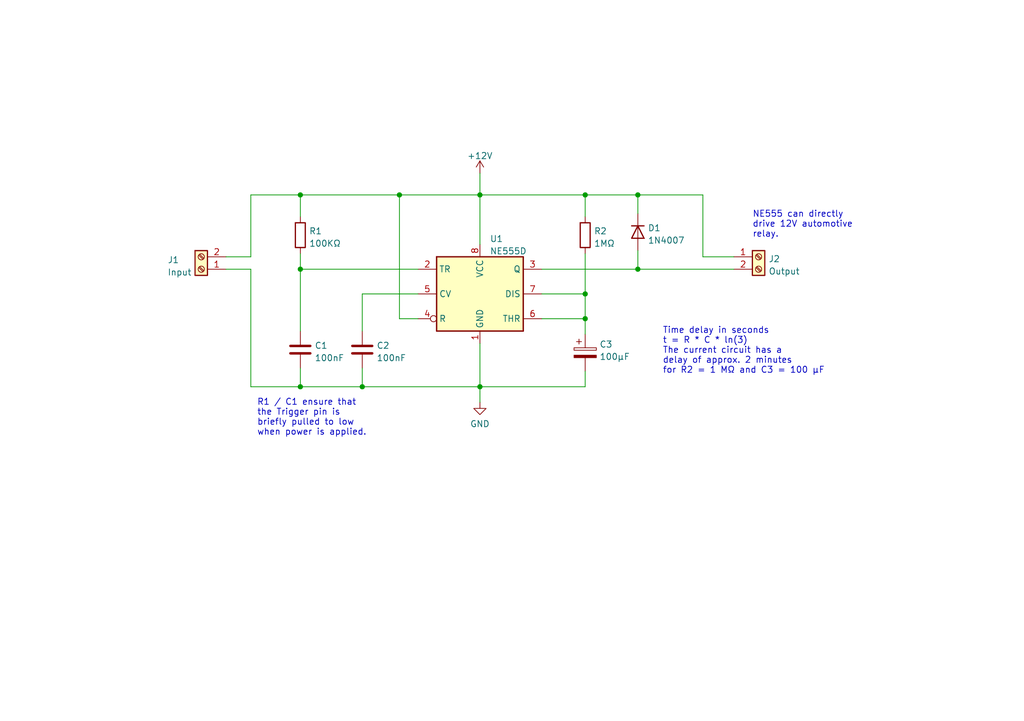
<source format=kicad_sch>
(kicad_sch (version 20211123) (generator eeschema)
  (paper "A5")
  (title_block (title "555 Delay Timer") (date "2024-10-12") (company "Copyright (C) 2024, Karim Hraibi") (comment 2 "by a time duration defined by the values of R2 and C3.") (comment 3 "This circuit delays the power on of an automotive relay"))
  (lib_symbols
    (symbol "Connector:Screw_Terminal_01x02" (pin_names (offset 1.016) hide)
      (property "Reference" "J" (at 0 2.54 0))
      (property "Value" "Screw_Terminal_01x02" (at 0 -5.08 0))
      (symbol "Screw_Terminal_01x02_1_1"
        (rectangle (start -1.27 1.27) (end 1.27 -3.81) (stroke (width 0.254)) (fill (type background)))
        (circle (center 0 -2.54) (radius 0.635) (stroke (width 0.1524)))
        (polyline (pts (xy -0.5334 -2.2098) (xy 0.3302 -3.048)) (stroke (width 0.1524)))
        (polyline (pts (xy -0.5334 0.3302) (xy 0.3302 -0.508)) (stroke (width 0.1524)))
        (polyline (pts (xy -0.3556 -2.032) (xy 0.508 -2.8702)) (stroke (width 0.1524)))
        (polyline (pts (xy -0.3556 0.508) (xy 0.508 -0.3302)) (stroke (width 0.1524)))
        (circle (center 0 0) (radius 0.635) (stroke (width 0.1524)))
        (pin passive line (at -5.08 0 0) (length 3.81) (name "Pin_1") (number "1"))
        (pin passive line (at -5.08 -2.54 0) (length 3.81) (name "Pin_2") (number "2"))
      )
    )
    (symbol "Device:C" (pin_numbers hide) (pin_names (offset 0.254))
      (property "Reference" "C" (at 0.635 2.54 0))
      (property "Value" "C" (at 0.635 -2.54 0))
      (symbol "C_0_1"
        (polyline (pts (xy -2.032 -0.762) (xy 2.032 -0.762)) (stroke (width 0.508)))
        (polyline (pts (xy -2.032 0.762) (xy 2.032 0.762)) (stroke (width 0.508)))
      )
      (symbol "C_1_1"
        (pin passive line (at 0 3.81 270) (length 2.794) (name "~") (number "1"))
        (pin passive line (at 0 -3.81 90) (length 2.794) (name "~") (number "2"))
      )
    )
    (symbol "Device:C_Polarized" (pin_numbers hide) (pin_names (offset 0.254))
      (property "Reference" "C" (at 0.635 2.54 0))
      (property "Value" "C_Polarized" (at 0.635 -2.54 0))
      (symbol "C_Polarized_0_1"
        (rectangle (start -2.286 0.508) (end 2.286 1.016))
        (polyline (pts (xy -1.778 2.286) (xy -0.762 2.286)))
        (polyline (pts (xy -1.27 2.794) (xy -1.27 1.778)))
        (rectangle (start 2.286 -0.508) (end -2.286 -1.016) (fill (type outline)))
      )
      (symbol "C_Polarized_1_1"
        (pin passive line (at 0 3.81 270) (length 2.794) (name "~") (number "1"))
        (pin passive line (at 0 -3.81 90) (length 2.794) (name "~") (number "2"))
      )
    )
    (symbol "Device:R" (pin_numbers hide) (pin_names (offset 0))
      (property "Reference" "R" (at 2.032 0 90))
      (property "Value" "R" (at 0 0 90))
      (symbol "R_0_1"
        (rectangle (start -1.016 -2.54) (end 1.016 2.54) (stroke (width 0.254)))
      )
      (symbol "R_1_1"
        (pin passive line (at 0 3.81 270) (length 1.27) (name "~") (number "1"))
        (pin passive line (at 0 -3.81 90) (length 1.27) (name "~") (number "2"))
      )
    )
    (symbol "Diode:1N4007" (pin_numbers hide) (pin_names (offset 1.016) hide)
      (property "Reference" "D" (at 0 2.54 0))
      (property "Value" "1N4007" (at 0 -2.54 0))
      (symbol "1N4007_0_1"
        (polyline (pts (xy -1.27 1.27) (xy -1.27 -1.27)) (stroke (width 0.254)))
        (polyline (pts (xy 1.27 0) (xy -1.27 0)))
        (polyline (pts (xy 1.27 1.27) (xy 1.27 -1.27) (xy -1.27 0) (xy 1.27 1.27)) (stroke (width 0.254)))
      )
      (symbol "1N4007_1_1"
        (pin passive line (at -3.81 0 0) (length 2.54) (name "K") (number "1"))
        (pin passive line (at 3.81 0 180) (length 2.54) (name "A") (number "2"))
      )
    )
    (symbol "Timer:NE555D"
      (property "Reference" "U" (at -10.16 8.89 0))
      (property "Value" "NE555D" (at 2.54 8.89 0))
      (symbol "NE555D_0_0"
        (pin power_in line (at 0 -10.16 90) (length 2.54) (name "GND") (number "1"))
        (pin power_in line (at 0 10.16 270) (length 2.54) (name "VCC") (number "8"))
      )
      (symbol "NE555D_0_1"
        (rectangle (start -8.89 -7.62) (end 8.89 7.62) (stroke (width 0.254)) (fill (type background)))
        (rectangle (start -8.89 -7.62) (end 8.89 7.62) (stroke (width 0.254)) (fill (type background)))
      )
      (symbol "NE555D_1_1"
        (pin input line (at -12.7 5.08 0) (length 3.81) (name "TR") (number "2"))
        (pin output line (at 12.7 5.08 180) (length 3.81) (name "Q") (number "3"))
        (pin input inverted (at -12.7 -5.08 0) (length 3.81) (name "R") (number "4"))
        (pin input line (at -12.7 0 0) (length 3.81) (name "CV") (number "5"))
        (pin input line (at 12.7 -5.08 180) (length 3.81) (name "THR") (number "6"))
        (pin input line (at 12.7 0 180) (length 3.81) (name "DIS") (number "7"))
      )
    )
    (symbol "power:+12V" (power) (pin_names (offset 0))
      (property "Value" "+12V" (at 0 3.556 0))
      (symbol "+12V_0_1"
        (polyline (pts (xy -0.762 1.27) (xy 0 2.54)))
        (polyline (pts (xy 0 0) (xy 0 2.54)))
        (polyline (pts (xy 0 2.54) (xy 0.762 1.27)))
      )
      (symbol "+12V_1_1"
        (pin power_in line (at 0 0 90) (length 0) hide (name "+12V") (number "1"))
      )
    )
    (symbol "power:GND" (power) (pin_names (offset 0))
      (property "Value" "GND" (at 0 -3.81 0))
      (symbol "GND_0_1"
        (polyline (pts (xy 0 0) (xy 0 -1.27) (xy 1.27 -1.27) (xy 0 -2.54) (xy -1.27 -1.27) (xy 0 -1.27)))
      )
      (symbol "GND_1_1"
        (pin power_in line (at 0 0 270) (length 0) hide (name "GND") (number "1"))
      )
    )
  )
  (junction (at 61.595 40.005))
  (junction (at 130.81 40.005))
  (junction (at 98.425 79.375))
  (junction (at 98.425 40.005))
  (junction (at 120.015 60.325))
  (junction (at 61.595 55.245))
  (junction (at 130.81 55.245))
  (junction (at 120.015 65.405))
  (junction (at 74.295 79.375))
  (junction (at 120.015 40.005))
  (junction (at 61.595 79.375))
  (junction (at 81.915 40.005))
  (wire (pts (xy 46.355 55.245) (xy 51.435 55.245)))
  (wire (pts (xy 98.425 79.375) (xy 98.425 82.55)))
  (wire (pts (xy 111.125 60.325) (xy 120.015 60.325)))
  (wire (pts (xy 130.81 51.435) (xy 130.81 55.245)))
  (wire (pts (xy 120.015 65.405) (xy 120.015 68.58)))
  (wire (pts (xy 46.355 52.705) (xy 51.435 52.705)))
  (wire (pts (xy 61.595 79.375) (xy 74.295 79.375)))
  (wire (pts (xy 120.015 76.2) (xy 120.015 79.375)))
  (wire (pts (xy 98.425 70.485) (xy 98.425 79.375)))
  (wire (pts (xy 51.435 55.245) (xy 51.435 79.375)))
  (wire (pts (xy 81.915 65.405) (xy 85.725 65.405)))
  (wire (pts (xy 51.435 40.005) (xy 51.435 52.705)))
  (wire (pts (xy 81.915 65.405) (xy 81.915 40.005)))
  (wire (pts (xy 98.425 40.005) (xy 98.425 50.165)))
  (wire (pts (xy 111.125 55.245) (xy 130.81 55.245)))
  (wire (pts (xy 144.145 40.005) (xy 130.81 40.005)))
  (wire (pts (xy 81.915 40.005) (xy 98.425 40.005)))
  (wire (pts (xy 120.015 60.325) (xy 120.015 65.405)))
  (wire (pts (xy 51.435 40.005) (xy 61.595 40.005)))
  (wire (pts (xy 130.81 40.005) (xy 120.015 40.005)))
  (wire (pts (xy 51.435 79.375) (xy 61.595 79.375)))
  (wire (pts (xy 130.81 55.245) (xy 150.495 55.245)))
  (wire (pts (xy 61.595 55.245) (xy 85.725 55.245)))
  (wire (pts (xy 144.145 52.705) (xy 144.145 40.005)))
  (wire (pts (xy 61.595 67.945) (xy 61.595 55.245)))
  (wire (pts (xy 98.425 35.56) (xy 98.425 40.005)))
  (wire (pts (xy 61.595 75.565) (xy 61.595 79.375)))
  (wire (pts (xy 144.145 52.705) (xy 150.495 52.705)))
  (wire (pts (xy 74.295 60.325) (xy 74.295 67.945)))
  (wire (pts (xy 98.425 40.005) (xy 120.015 40.005)))
  (wire (pts (xy 61.595 52.07) (xy 61.595 55.245)))
  (wire (pts (xy 61.595 40.005) (xy 81.915 40.005)))
  (wire (pts (xy 120.015 40.005) (xy 120.015 44.45)))
  (wire (pts (xy 111.125 65.405) (xy 120.015 65.405)))
  (wire (pts (xy 120.015 52.07) (xy 120.015 60.325)))
  (wire (pts (xy 120.015 79.375) (xy 98.425 79.375)))
  (wire (pts (xy 74.295 75.565) (xy 74.295 79.375)))
  (wire (pts (xy 130.81 40.005) (xy 130.81 43.815)))
  (wire (pts (xy 61.595 44.45) (xy 61.595 40.005)))
  (wire (pts (xy 85.725 60.325) (xy 74.295 60.325)))
  (wire (pts (xy 74.295 79.375) (xy 98.425 79.375)))
  (text "NE555 can directly\ndrive 12V automotive\nrelay." (at 154.305 48.895 0) (effects (font (size 1.27 1.27)) (justify left bottom)))
  (text "Time delay in seconds\nt = R * C * ln(3)\nThe current circuit has a \ndelay of approx. 2 minutes\nfor R2 = 1 MΩ and C3 = 100 µF " (at 135.89 76.835 0) (effects (font (size 1.27 1.27)) (justify left bottom)))
  (text "R1 / C1 ensure that\nthe Trigger pin is\nbriefly pulled to low\nwhen power is applied. " (at 52.705 89.535 0) (effects (font (size 1.27 1.27)) (justify left bottom)))
  (symbol (lib_id "power:GND") (at 98.425 82.55 0) (unit 1)
    (property "Reference" "#PWR03" (effects hide))
    (property "Value" "GND" (at 98.425 86.9934 0))
  )
  (symbol (lib_id "Device:C") (at 61.595 71.755 0) (unit 1)
    (property "Reference" "C1" (at 64.516 70.9203 0) (effects (justify left)))
    (property "Value" "100nF" (at 64.516 73.4572 0) (effects (justify left)))
  )
  (symbol (lib_id "Device:C") (at 74.295 71.755 0) (unit 1)
    (property "Reference" "C2" (at 77.216 70.9203 0) (effects (justify left)))
    (property "Value" "100nF" (at 77.216 73.4572 0) (effects (justify left)))
  )
  (symbol (lib_id "Connector:Screw_Terminal_01x02") (at 155.575 52.705 0) (unit 1)
    (property "Reference" "J2" (at 157.607 53.1403 0) (effects (justify left)))
    (property "Value" "Output" (at 157.607 55.6772 0) (effects (justify left)))
  )
  (symbol (lib_id "Timer:NE555D") (at 98.425 60.325 0) (unit 1)
    (property "Reference" "U1" (at 100.4444 49.0052 0) (effects (justify left)))
    (property "Value" "NE555D" (at 100.4444 51.5421 0) (effects (justify left)))
    (property "Footprint" "Package_SO:SOIC-8_3.9x4.9mm_P1.27mm" (effects hide))
    (property "Datasheet" "http://www.ti.com/lit/ds/symlink/ne555.pdf" (effects hide))
  )
  (symbol (lib_id "Diode:1N4007") (at 130.81 47.625 270) (unit 1)
    (property "Reference" "D1" (at 132.842 46.7903 90) (effects (justify left)))
    (property "Value" "1N4007" (at 132.842 49.3272 90) (effects (justify left)))
    (property "Footprint" "Diode_THT:D_DO-41_SOD81_P10.16mm_Horizontal" (effects hide))
    (property "Datasheet" "http://www.vishay.com/docs/88503/1n4001.pdf" (effects hide))
  )
  (symbol (lib_id "Device:R") (at 120.015 48.26 0) (unit 1)
    (property "Reference" "R2" (at 121.793 47.4253 0) (effects (justify left)))
    (property "Value" "1MΩ" (at 121.793 49.9622 0) (effects (justify left)))
  )
  (symbol (lib_id "power:+12V") (at 98.425 35.56 0) (unit 1)
    (property "Reference" "#PWR02" (effects hide))
    (property "Value" "+12V" (at 98.425 31.9842 0))
  )
  (symbol (lib_id "Device:C_Polarized") (at 120.015 72.39 0) (unit 1)
    (property "Reference" "C3" (at 122.936 70.6663 0) (effects (justify left)))
    (property "Value" "100µF" (at 122.936 73.2032 0) (effects (justify left)))
  )
  (symbol (lib_id "Connector:Screw_Terminal_01x02") (at 41.275 55.245 180) (unit 1)
    (property "Reference" "J1" (at 35.56 53.34 0))
    (property "Value" "Input" (at 36.83 55.88 0))
  )
  (symbol (lib_id "Device:R") (at 61.595 48.26 0) (unit 1)
    (property "Reference" "R1" (at 63.373 47.4253 0) (effects (justify left)))
    (property "Value" "100KΩ" (at 63.373 49.9622 0) (effects (justify left)))
  )
)
</source>
